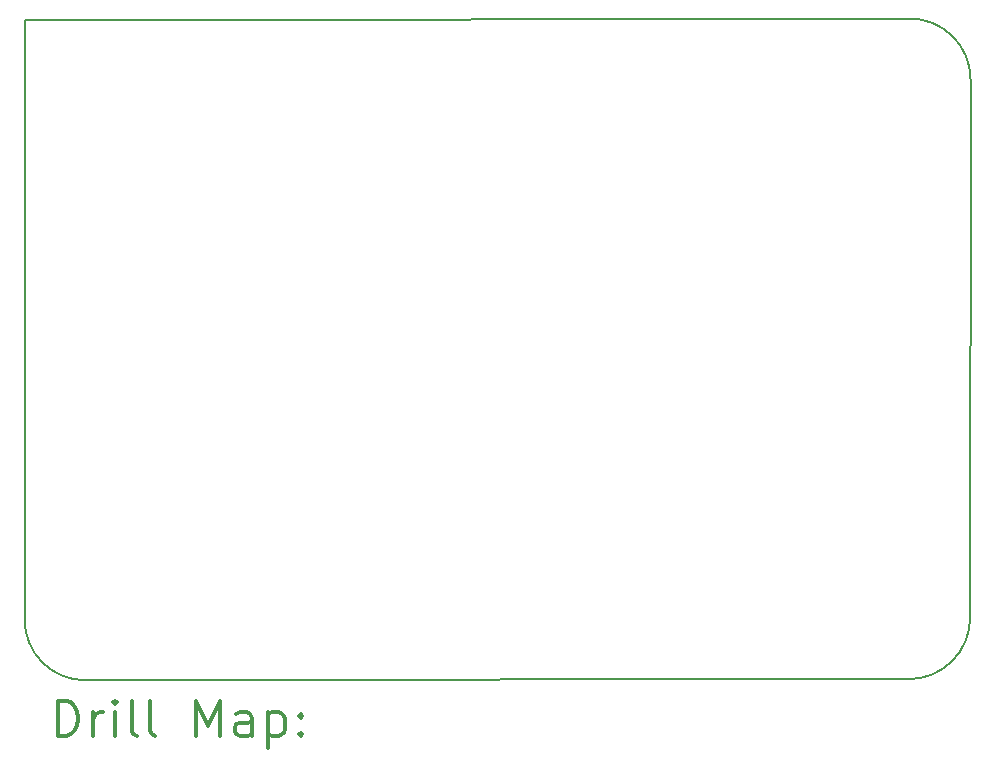
<source format=gbr>
%FSLAX45Y45*%
G04 Gerber Fmt 4.5, Leading zero omitted, Abs format (unit mm)*
G04 Created by KiCad (PCBNEW 5.1.10-88a1d61d58~88~ubuntu18.04.1) date 2021-06-14 13:50:45*
%MOMM*%
%LPD*%
G01*
G04 APERTURE LIST*
%TA.AperFunction,Profile*%
%ADD10C,0.150000*%
%TD*%
%ADD11C,0.200000*%
%ADD12C,0.300000*%
G04 APERTURE END LIST*
D10*
X15118080Y-14989810D02*
G75*
G02*
X14605000Y-14476730I0J513080D01*
G01*
X22611080Y-14458950D02*
G75*
G02*
X22089110Y-14980920I-521970J0D01*
G01*
X22095410Y-9387866D02*
G75*
G02*
X22613620Y-9900920I5131J-513054D01*
G01*
X14605000Y-9398000D02*
X22105620Y-9387840D01*
X14608810Y-14479270D02*
X14605000Y-9398000D01*
X22091650Y-14980920D02*
X15119350Y-14989810D01*
X22616160Y-9903460D02*
X22613620Y-14461490D01*
D11*
D12*
X14883928Y-15463024D02*
X14883928Y-15163024D01*
X14955357Y-15163024D01*
X14998214Y-15177310D01*
X15026786Y-15205881D01*
X15041071Y-15234453D01*
X15055357Y-15291596D01*
X15055357Y-15334453D01*
X15041071Y-15391596D01*
X15026786Y-15420167D01*
X14998214Y-15448739D01*
X14955357Y-15463024D01*
X14883928Y-15463024D01*
X15183928Y-15463024D02*
X15183928Y-15263024D01*
X15183928Y-15320167D02*
X15198214Y-15291596D01*
X15212500Y-15277310D01*
X15241071Y-15263024D01*
X15269643Y-15263024D01*
X15369643Y-15463024D02*
X15369643Y-15263024D01*
X15369643Y-15163024D02*
X15355357Y-15177310D01*
X15369643Y-15191596D01*
X15383928Y-15177310D01*
X15369643Y-15163024D01*
X15369643Y-15191596D01*
X15555357Y-15463024D02*
X15526786Y-15448739D01*
X15512500Y-15420167D01*
X15512500Y-15163024D01*
X15712500Y-15463024D02*
X15683928Y-15448739D01*
X15669643Y-15420167D01*
X15669643Y-15163024D01*
X16055357Y-15463024D02*
X16055357Y-15163024D01*
X16155357Y-15377310D01*
X16255357Y-15163024D01*
X16255357Y-15463024D01*
X16526786Y-15463024D02*
X16526786Y-15305881D01*
X16512500Y-15277310D01*
X16483928Y-15263024D01*
X16426786Y-15263024D01*
X16398214Y-15277310D01*
X16526786Y-15448739D02*
X16498214Y-15463024D01*
X16426786Y-15463024D01*
X16398214Y-15448739D01*
X16383928Y-15420167D01*
X16383928Y-15391596D01*
X16398214Y-15363024D01*
X16426786Y-15348739D01*
X16498214Y-15348739D01*
X16526786Y-15334453D01*
X16669643Y-15263024D02*
X16669643Y-15563024D01*
X16669643Y-15277310D02*
X16698214Y-15263024D01*
X16755357Y-15263024D01*
X16783928Y-15277310D01*
X16798214Y-15291596D01*
X16812500Y-15320167D01*
X16812500Y-15405881D01*
X16798214Y-15434453D01*
X16783928Y-15448739D01*
X16755357Y-15463024D01*
X16698214Y-15463024D01*
X16669643Y-15448739D01*
X16941071Y-15434453D02*
X16955357Y-15448739D01*
X16941071Y-15463024D01*
X16926786Y-15448739D01*
X16941071Y-15434453D01*
X16941071Y-15463024D01*
X16941071Y-15277310D02*
X16955357Y-15291596D01*
X16941071Y-15305881D01*
X16926786Y-15291596D01*
X16941071Y-15277310D01*
X16941071Y-15305881D01*
M02*

</source>
